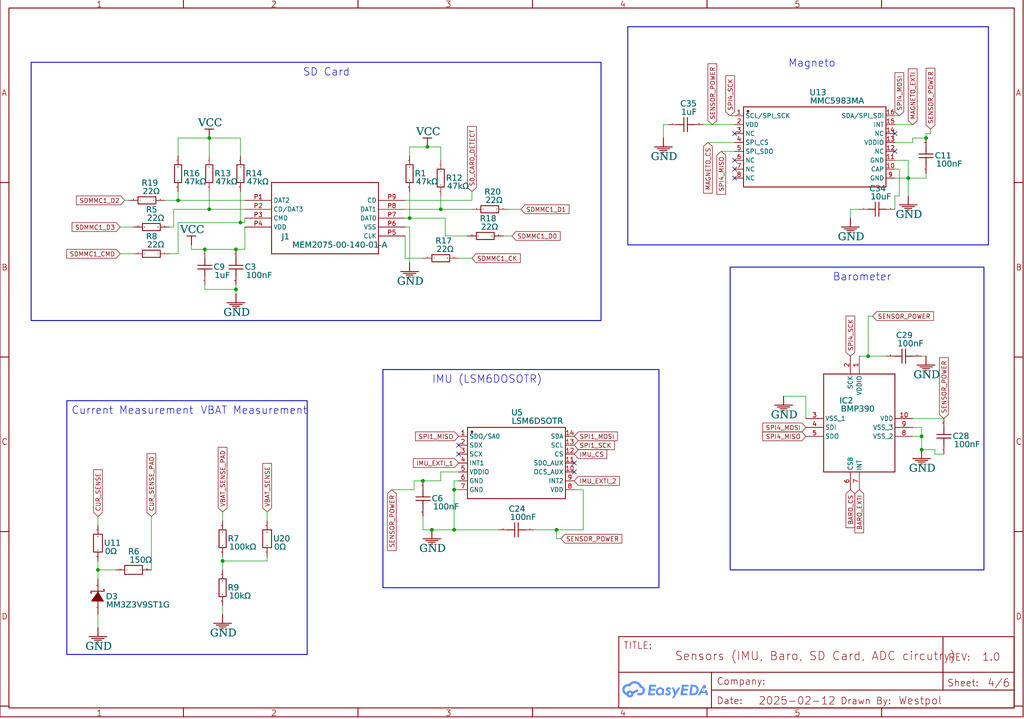
<source format=kicad_sch>
(kicad_sch (version 20250114) (generator "eeschema") (generator_version "9.0")
  (paper "User" 292.1 205.105)
  (lib_symbols
    (symbol "BMP390"
      (property "Reference" "IC2" (at -5.3848 6.9469 0))
      (property "Value" "BMP390" (at -5.3848 4.6609 0))
      (symbol "BMP390_0_0"
        (pin bidirectional line (at -14.986 1.016 0) (length 4.9784) (name "VSS_1") (number "3"))
        (pin bidirectional line (at -14.986 -1.524 0) (length 4.9784) (name "SDI") (number "4"))
        (pin bidirectional line (at -14.986 -4.064 0) (length 4.9784) (name "SDO") (number "5"))
        (pin bidirectional line (at -2.286 18.796 270) (length 4.9784) (name "SCK") (number "2"))
        (pin bidirectional line (at -2.286 -19.304 90) (length 4.9784) (name "CSB") (number "6"))
        (pin bidirectional line (at 0.254 18.796 270) (length 4.9784) (name "VDDIO") (number "1"))
        (pin bidirectional line (at 0.254 -19.304 90) (length 4.9784) (name "INT") (number "7"))
        (pin bidirectional line (at 15.494 1.016 180) (length 4.9784) (name "VDD") (number "10"))
        (pin bidirectional line (at 15.494 -1.524 180) (length 4.9784) (name "VSS_3") (number "9"))
        (pin bidirectional line (at 15.494 -4.064 180) (length 4.9784) (name "VSS_2") (number "8"))
      )
    )
    (symbol "CL05B104KP5NNNC"
      (property "Reference" "C28" (at 2.54 0.8763 0))
      (property "Value" "100nF" (at 2.54 -1.4097 0))
      (symbol "CL05B104KP5NNNC_0_0"
        (pin unspecified line (at 0 5.08 270) (length 2.54) (name "2") (number "2"))
        (pin unspecified line (at 0 -5.08 90) (length 2.54) (name "1") (number "1"))
      )
    )
    (symbol "CL05B104KP5NNNC_1"
      (property "Reference" "C29" (at -2.159 6.7945 0))
      (property "Value" "100nF" (at -2.159 4.4831 0))
      (symbol "CL05B104KP5NNNC_1_0_0"
        (pin unspecified line (at -5.08 0 0) (length 2.54) (name "2") (number "2"))
        (pin unspecified line (at 5.08 0 180) (length 2.54) (name "1") (number "1"))
      )
    )
    (symbol "CL05B104KP5NNNC_2"
      (property "Reference" "C3" (at 2.54 0.9017 0))
      (property "Value" "100nF" (at 2.54 -1.4351 0))
      (symbol "CL05B104KP5NNNC_2_0_0"
        (pin unspecified line (at 0 5.08 270) (length 2.54) (name "1") (number "1"))
        (pin unspecified line (at 0 -5.08 90) (length 2.54) (name "2") (number "2"))
      )
    )
    (symbol "CL05B104KP5NNNC_3"
      (property "Reference" "C6" (at 2.54 0.8763 0))
      (property "Value" "100nF" (at 2.54 -1.4097 0))
      (symbol "CL05B104KP5NNNC_3_0_0"
        (pin unspecified line (at 0 5.08 270) (length 2.54) (name "2") (number "2"))
        (pin unspecified line (at 0 -5.08 90) (length 2.54) (name "1") (number "1"))
      )
    )
    (symbol "CL05B104KP5NNNC_4"
      (property "Reference" "C24" (at -2.159 6.7945 0))
      (property "Value" "100nF" (at -2.159 4.4831 0))
      (symbol "CL05B104KP5NNNC_4_0_0"
        (pin unspecified line (at -5.08 0 0) (length 2.54) (name "2") (number "2"))
        (pin unspecified line (at 5.08 0 180) (length 2.54) (name "1") (number "1"))
      )
    )
    (symbol "CL05B104KP5NNNC_5"
      (property "Reference" "C11" (at 2.54 0.8763 0))
      (property "Value" "100nF" (at 2.54 -1.4097 0))
      (symbol "CL05B104KP5NNNC_5_0_0"
        (pin unspecified line (at 0 5.08 270) (length 2.54) (name "2") (number "2"))
        (pin unspecified line (at 0 -5.08 90) (length 2.54) (name "1") (number "1"))
      )
    )
    (symbol "CR0402J150RQ10Z"
      (property "Reference" "R6" (at -1.4986 6.0579 0))
      (property "Value" "150Ω" (at -1.4986 3.7211 0))
      (symbol "CR0402J150RQ10Z_0_0"
        (pin unspecified line (at -5.08 0 0) (length 2.54) (name "1") (number "1"))
        (pin unspecified line (at 5.08 0 180) (length 2.54) (name "2") (number "2"))
      )
    )
    (symbol "GND" (power) (pin_numbers (hide yes)) (pin_names (hide yes))
      (property "Value" "GND" (at 0 -6.35 0))
      (symbol "GND_0_0"
        (pin power_in line (at 0 0 270) (length 0) (name "GND") (number "1"))
      )
    )
    (symbol "GRM155R60J106ME15D"
      (property "Reference" "C34" (at -2.159 6.7691 0))
      (property "Value" "10uF" (at -2.159 4.4831 0))
      (symbol "GRM155R60J106ME15D_0_0"
        (pin unspecified line (at -5.08 0 0) (length 2.54) (name "2") (number "2"))
        (pin unspecified line (at 5.08 0 180) (length 2.54) (name "1") (number "1"))
      )
    )
    (symbol "JMK105BJ105KV-F"
      (property "Reference" "C9" (at 2.54 0.9017 0))
      (property "Value" "1uF" (at 2.54 -1.4351 0))
      (symbol "JMK105BJ105KV-F_0_0"
        (pin unspecified line (at 0 5.08 270) (length 2.54) (name "2") (number "2"))
        (pin unspecified line (at 0 -5.08 90) (length 2.54) (name "1") (number "1"))
      )
    )
    (symbol "JMK105BJ105KV-F_1"
      (property "Reference" "C35" (at -1.4986 6.8199 0))
      (property "Value" "1uF" (at -1.4986 4.4831 0))
      (symbol "JMK105BJ105KV-F_1_0_0"
        (pin unspecified line (at -5.08 0 0) (length 2.54) (name "1") (number "1"))
        (pin unspecified line (at 5.08 0 180) (length 2.54) (name "2") (number "2"))
      )
    )
    (symbol "LSM6DSOTR"
      (property "Reference" "U5" (at -1.4478 15.2273 0))
      (property "Value" "LSM6DSOTR" (at -1.4478 12.8651 0))
      (symbol "LSM6DSOTR_0_0"
        (pin unspecified line (at -16.51 7.62 0) (length 2.54) (name "SDO/SA0") (number "1"))
        (pin unspecified line (at -16.51 5.08 0) (length 2.54) (name "SDX") (number "2"))
        (pin unspecified line (at -16.51 2.54 0) (length 2.54) (name "SCX") (number "3"))
        (pin unspecified line (at -16.51 0 0) (length 2.54) (name "INT1") (number "4"))
        (pin unspecified line (at -16.51 -2.54 0) (length 2.54) (name "VDDIO") (number "5"))
        (pin unspecified line (at -16.51 -5.08 0) (length 2.54) (name "GND") (number "6"))
        (pin unspecified line (at -16.51 -7.62 0) (length 2.54) (name "GND") (number "7"))
        (pin unspecified line (at 16.51 7.62 180) (length 2.54) (name "SDA") (number "14"))
        (pin unspecified line (at 16.51 5.08 180) (length 2.54) (name "SCL") (number "13"))
        (pin unspecified line (at 16.51 2.54 180) (length 2.54) (name "CS") (number "12"))
        (pin unspecified line (at 16.51 0 180) (length 2.54) (name "SDO_AUX") (number "11"))
        (pin unspecified line (at 16.51 -2.54 180) (length 2.54) (name "OCS_AUX") (number "10"))
        (pin unspecified line (at 16.51 -5.08 180) (length 2.54) (name "INT2") (number "9"))
        (pin unspecified line (at 16.51 -7.62 180) (length 2.54) (name "VDD") (number "8"))
      )
    )
    (symbol "MEM2075-00-140-01-A"
      (property "Reference" "J1" (at -12.3698 -4.4577 0))
      (property "Value" "MEM2075-00-140-01-A" (at -12.3698 -6.7437 0))
      (symbol "MEM2075-00-140-01-A_0_0"
        (pin bidirectional line (at -22.86 5.08 0) (length 7.62) (name "DAT2") (number "P1"))
        (pin unspecified line (at -22.86 2.54 0) (length 7.62) (name "CD/DAT3") (number "P2"))
        (pin unspecified line (at -22.86 0 0) (length 7.62) (name "CMD") (number "P3"))
        (pin bidirectional line (at -22.86 -2.54 0) (length 7.62) (name "VDD") (number "P4"))
        (pin unspecified line (at 22.86 5.08 180) (length 7.62) (name "CD") (number "P9"))
        (pin bidirectional line (at 22.86 2.54 180) (length 7.62) (name "DAT1") (number "P8"))
        (pin bidirectional line (at 22.86 0 180) (length 7.62) (name "DAT0") (number "P7"))
        (pin bidirectional line (at 22.86 -2.54 180) (length 7.62) (name "VSS") (number "P6"))
        (pin unspecified line (at 22.86 -5.08 180) (length 7.62) (name "CLK") (number "P5"))
      )
    )
    (symbol "MM3Z3V9ST1G"
      (property "Reference" "D3" (at 2.286 0.8763 0))
      (property "Value" "MM3Z3V9ST1G" (at 2.286 -1.4351 0))
      (symbol "MM3Z3V9ST1G_0_0"
        (pin unspecified line (at 0 5.08 270) (length 3.81) (name "K") (number "1"))
        (pin unspecified line (at 0 -5.08 90) (length 3.81) (name "A") (number "2"))
      )
    )
    (symbol "MMC5983MA"
      (property "Reference" "U13" (at -1.4478 16.3703 0))
      (property "Value" "MMC5983MA" (at -1.4478 14.0335 0))
      (symbol "MMC5983MA_0_0"
        (pin unspecified line (at -22.86 8.89 0) (length 2.54) (name "SCL/SPI_SCK") (number "1"))
        (pin unspecified line (at -22.86 6.35 0) (length 2.54) (name "VDD") (number "2"))
        (pin unspecified line (at -22.86 3.81 0) (length 2.54) (name "NC") (number "3"))
        (pin unspecified line (at -22.86 1.27 0) (length 2.54) (name "SPI_CS") (number "4"))
        (pin unspecified line (at -22.86 -1.27 0) (length 2.54) (name "SPI_SDO") (number "5"))
        (pin unspecified line (at -22.86 -3.81 0) (length 2.54) (name "NC") (number "6"))
        (pin unspecified line (at -22.86 -6.35 0) (length 2.54) (name "NC") (number "7"))
        (pin unspecified line (at -22.86 -8.89 0) (length 2.54) (name "NC") (number "8"))
        (pin unspecified line (at 22.86 8.89 180) (length 2.54) (name "SDA/SPI_SDI") (number "16"))
        (pin unspecified line (at 22.86 6.35 180) (length 2.54) (name "INT") (number "15"))
        (pin unspecified line (at 22.86 3.81 180) (length 2.54) (name "NC") (number "14"))
        (pin unspecified line (at 22.86 1.27 180) (length 2.54) (name "VDDIO") (number "13"))
        (pin unspecified line (at 22.86 -1.27 180) (length 2.54) (name "NC") (number "12"))
        (pin unspecified line (at 22.86 -3.81 180) (length 2.54) (name "GND") (number "11"))
        (pin unspecified line (at 22.86 -6.35 180) (length 2.54) (name "CAP") (number "10"))
        (pin unspecified line (at 22.86 -8.89 180) (length 2.54) (name "GND") (number "9"))
      )
    )
    (symbol "RC0402FR-07100KL"
      (property "Reference" "R7" (at 1.524 0.8763 0))
      (property "Value" "100kΩ" (at 1.524 -1.4351 0))
      (symbol "RC0402FR-07100KL_0_0"
        (pin input line (at 0 5.08 270) (length 2.54) (name "2") (number "2"))
        (pin input line (at 0 -5.08 90) (length 2.54) (name "1") (number "1"))
      )
    )
    (symbol "RC0402FR-0722RL"
      (property "Reference" "R5" (at -1.4986 5.8039 0))
      (property "Value" "22Ω" (at -1.4986 3.4671 0))
      (symbol "RC0402FR-0722RL_0_0"
        (pin input line (at -5.08 0 0) (length 2.54) (name "1") (number "1"))
        (pin input line (at 5.08 0 180) (length 2.54) (name "2") (number "2"))
      )
    )
    (symbol "RC0402FR-0722RL_1"
      (property "Reference" "R8" (at -1.4986 5.8039 0))
      (property "Value" "22Ω" (at -1.4986 3.4671 0))
      (symbol "RC0402FR-0722RL_1_0_0"
        (pin input line (at -5.08 0 0) (length 2.54) (name "1") (number "1"))
        (pin input line (at 5.08 0 180) (length 2.54) (name "2") (number "2"))
      )
    )
    (symbol "RC0402FR-0722RL_2"
      (property "Reference" "R17" (at -1.4986 5.8039 0))
      (property "Value" "22Ω" (at -1.4986 3.4671 0))
      (symbol "RC0402FR-0722RL_2_0_0"
        (pin input line (at -5.08 0 0) (length 2.54) (name "1") (number "1"))
        (pin input line (at 5.08 0 180) (length 2.54) (name "2") (number "2"))
      )
    )
    (symbol "RC0402FR-0722RL_3"
      (property "Reference" "R18" (at -1.4986 5.8039 0))
      (property "Value" "22Ω" (at -1.4986 3.4671 0))
      (symbol "RC0402FR-0722RL_3_0_0"
        (pin input line (at -5.08 0 0) (length 2.54) (name "1") (number "1"))
        (pin input line (at 5.08 0 180) (length 2.54) (name "2") (number "2"))
      )
    )
    (symbol "RC0402FR-0722RL_4"
      (property "Reference" "R19" (at -1.4986 5.8039 0))
      (property "Value" "22Ω" (at -1.4986 3.4671 0))
      (symbol "RC0402FR-0722RL_4_0_0"
        (pin input line (at -5.08 0 0) (length 2.54) (name "1") (number "1"))
        (pin input line (at 5.08 0 180) (length 2.54) (name "2") (number "2"))
      )
    )
    (symbol "RC0402FR-0722RL_5"
      (property "Reference" "R20" (at -1.4986 5.8039 0))
      (property "Value" "22Ω" (at -1.4986 3.4671 0))
      (symbol "RC0402FR-0722RL_5_0_0"
        (pin input line (at -5.08 0 0) (length 2.54) (name "1") (number "1"))
        (pin input line (at 5.08 0 180) (length 2.54) (name "2") (number "2"))
      )
    )
    (symbol "RC0402FR-0747KL"
      (property "Reference" "R1" (at 1.524 0.8763 0))
      (property "Value" "47kΩ" (at 1.524 -1.4097 0))
      (symbol "RC0402FR-0747KL_0_0"
        (pin input line (at 0 5.08 270) (length 2.54) (name "2") (number "2"))
        (pin input line (at 0 -5.08 90) (length 2.54) (name "1") (number "1"))
      )
    )
    (symbol "RC0402FR-0747KL_1"
      (property "Reference" "R12" (at 1.524 0.8763 0))
      (property "Value" "47kΩ" (at 1.524 -1.4097 0))
      (symbol "RC0402FR-0747KL_1_0_0"
        (pin input line (at 0 5.08 270) (length 2.54) (name "2") (number "2"))
        (pin input line (at 0 -5.08 90) (length 2.54) (name "1") (number "1"))
      )
    )
    (symbol "RC0402FR-0747KL_2"
      (property "Reference" "R13" (at 1.524 0.8763 0))
      (property "Value" "47kΩ" (at 1.524 -1.4097 0))
      (symbol "RC0402FR-0747KL_2_0_0"
        (pin input line (at 0 5.08 270) (length 2.54) (name "2") (number "2"))
        (pin input line (at 0 -5.08 90) (length 2.54) (name "1") (number "1"))
      )
    )
    (symbol "RC0402FR-0747KL_3"
      (property "Reference" "R14" (at 1.524 0.8763 0))
      (property "Value" "47kΩ" (at 1.524 -1.4097 0))
      (symbol "RC0402FR-0747KL_3_0_0"
        (pin input line (at 0 5.08 270) (length 2.54) (name "2") (number "2"))
        (pin input line (at 0 -5.08 90) (length 2.54) (name "1") (number "1"))
      )
    )
    (symbol "RC0402FR-0747KL_4"
      (property "Reference" "R16" (at 1.524 0.8763 0))
      (property "Value" "47kΩ" (at 1.524 -1.4097 0))
      (symbol "RC0402FR-0747KL_4_0_0"
        (pin input line (at 0 5.08 270) (length 2.54) (name "2") (number "2"))
        (pin input line (at 0 -5.08 90) (length 2.54) (name "1") (number "1"))
      )
    )
    (symbol "RC0402JR-0710KL"
      (property "Reference" "R9" (at 1.524 0.8763 0))
      (property "Value" "10kΩ" (at 1.524 -1.4351 0))
      (symbol "RC0402JR-0710KL_0_0"
        (pin input line (at 0 5.08 270) (length 2.54) (name "1") (number "1"))
        (pin input line (at 0 -5.08 90) (length 2.54) (name "2") (number "2"))
      )
    )
    (symbol "RHC-02000FT"
      (property "Reference" "U11" (at 1.778 0.8763 0))
      (property "Value" "0Ω" (at 1.778 -1.4351 0))
      (symbol "RHC-02000FT_0_0"
        (pin unspecified line (at 0 5.08 270) (length 2.54) (name "2") (number "2"))
        (pin unspecified line (at 0 -5.08 90) (length 2.54) (name "1") (number "1"))
      )
    )
    (symbol "RHC-02000FT_1"
      (property "Reference" "U20" (at 1.778 0.8763 0))
      (property "Value" "0Ω" (at 1.778 -1.4351 0))
      (symbol "RHC-02000FT_1_0_0"
        (pin unspecified line (at 0 5.08 270) (length 2.54) (name "2") (number "2"))
        (pin unspecified line (at 0 -5.08 90) (length 2.54) (name "1") (number "1"))
      )
    )
    (symbol "Unknown_0_-806"
      (symbol "Unknown_0_-806_0_0"
        (text "A" (at 0.381 -25.7429 0) (effects (font (size 1.6891 1.6891)) (justify left top)))
        (text "B" (at 0.381 -75.5269 0) (effects (font (size 1.6891 1.6891)) (justify left top)))
        (text "C" (at 0.381 -125.3109 0) (effects (font (size 1.6891 1.6891)) (justify left top)))
        (text "D" (at 0.381 -175.0949 0) (effects (font (size 1.6891 1.6891)) (justify left top)))
        (text "1" (at 27.432 -0.4699 0) (effects (font (size 1.6891 1.6891)) (justify left top)))
        (text "1" (at 27.432 -202.6539 0) (effects (font (size 1.6891 1.6891)) (justify left top)))
        (text "2" (at 77.216 -0.4699 0) (effects (font (size 1.6891 1.6891)) (justify left top)))
        (text "2" (at 77.216 -202.6539 0) (effects (font (size 1.6891 1.6891)) (justify left top)))
        (text "3" (at 127 -0.4699 0) (effects (font (size 1.6891 1.6891)) (justify left top)))
        (text "3" (at 127 -202.6539 0) (effects (font (size 1.6891 1.6891)) (justify left top)))
        (text "4" (at 176.784 -0.4699 0) (effects (font (size 1.6891 1.6891)) (justify left top)))
        (text "4" (at 176.784 -202.6539 0) (effects (font (size 1.6891 1.6891)) (justify left top)))
        (text "TITLE:" (at 177.7746 -183.2356 0) (effects (font (size 1.9304 1.9304)) (justify left top)))
        (text "Sensors (IMU, Baro, SD Card, ADC circutry)" (at 192.4304 -185.928 0) (effects (font (size 2.413 2.413)) (justify left top)))
        (text "Company:" (at 204.3684 -193.4464 0) (effects (font (size 1.9304 1.9304)) (justify left top)))
        (text "Date:" (at 204.3684 -198.9836 0) (effects (font (size 1.9304 1.9304)) (justify left top)))
        (text "2025-02-12" (at 216.3064 -198.8439 0) (effects (font (size 2.1717 2.1717)) (justify left top)))
        (text "5" (at 226.568 -0.4699 0) (effects (font (size 1.6891 1.6891)) (justify left top)))
        (text "5" (at 226.568 -202.6539 0) (effects (font (size 1.6891 1.6891)) (justify left top)))
        (text "Drawn By:" (at 239.6744 -199.0344 0) (effects (font (size 1.9304 1.9304)) (justify left top)))
        (text "Westpol" (at 256.1844 -198.7931 0) (effects (font (size 2.1717 2.1717)) (justify left top)))
        (text "Sheet:" (at 270.1544 -193.9036 0) (effects (font (size 1.9304 1.9304)) (justify left top)))
        (text "REV:" (at 270.4084 -186.5884 0) (effects (font (size 1.9304 1.9304)) (justify left top)))
        (text "1.0" (at 280.0604 -186.3471 0) (effects (font (size 2.1717 2.1717)) (justify left top)))
        (text "4/6" (at 281.5844 -193.7639 0) (effects (font (size 2.1717 2.1717)) (justify left top)))
        (text "A" (at 289.687 -25.7429 0) (effects (font (size 1.6891 1.6891)) (justify left top)))
        (text "B" (at 289.687 -75.5269 0) (effects (font (size 1.6891 1.6891)) (justify left top)))
        (text "C" (at 289.687 -125.3109 0) (effects (font (size 1.6891 1.6891)) (justify left top)))
        (text "D" (at 289.687 -175.0949 0) (effects (font (size 1.6891 1.6891)) (justify left top)))
      )
    )
    (symbol "VCC" (power) (pin_numbers (hide yes)) (pin_names (hide yes))
      (property "Value" "VCC" (at 0 -3.81 0))
      (symbol "VCC_0_0"
        (pin power_in line (at 0 0 270) (length 0) (name "VCC") (number "1"))
      )
    )
  )
  (rectangle (start 179.07 7.62) (end 281.94 69.85) (stroke (width 0.254)))
  (rectangle (start 208.28 76.2) (end 280.67 162.56) (stroke (width 0.254)))
  (rectangle (start 8.89 17.78) (end 171.45 91.44) (stroke (width 0.254)))
  (rectangle (start 109.22 105.41) (end 187.96 167.64) (stroke (width 0.254)))
  (rectangle (start 19.05 114.3) (end 87.63 186.69) (stroke (width 0.254)))
  (text "IMU (LSM6DOSOTR)" (at 123.19 107.0483 0) (effects (font (size 2.1717 2.1717)) (justify left top)))
  (text "Current Measurement" (at 20.32 115.9383 0) (effects (font (size 2.1717 2.1717)) (justify left top)))
  (text "Magneto" (at 224.79 16.8783 0) (effects (font (size 2.1717 2.1717)) (justify left top)))
  (text "SD Card" (at 86.36 19.4183 0) (effects (font (size 2.1717 2.1717)) (justify left top)))
  (text "VBAT Measurement" (at 57.15 115.9383 0) (effects (font (size 2.1717 2.1717)) (justify left top)))
  (text "Barometer" (at 237.49 77.8383 0) (effects (font (size 2.1717 2.1717)) (justify left top)))
  (junction (at 50.8 57.15))
  (junction (at 125.73 59.69))
  (junction (at 259.08 50.8))
  (junction (at 59.69 59.69))
  (junction (at 68.58 63.5))
  (junction (at 63.5 160.02))
  (junction (at 27.94 162.56))
  (junction (at 129.54 139.7))
  (junction (at 67.31 71.12))
  (junction (at 67.31 82.55))
  (junction (at 121.92 41.91))
  (junction (at 262.89 128.27))
  (junction (at 123.19 151.13))
  (junction (at 58.42 71.12))
  (junction (at 247.65 101.6))
  (junction (at 158.75 151.13))
  (junction (at 116.84 62.23))
  (junction (at 120.65 137.16))
  (junction (at 59.69 39.37))
  (junction (at 264.16 39.37))
  (junction (at 129.54 151.13))
  (junction (at 262.89 124.46))
  (no_connect (at 209.55 38.1))
  (no_connect (at 130.81 127))
  (no_connect (at 255.27 43.18))
  (no_connect (at 209.55 48.26))
  (no_connect (at 209.55 50.8))
  (no_connect (at 163.83 134.62))
  (no_connect (at 255.27 38.1))
  (no_connect (at 130.81 129.54))
  (no_connect (at 163.83 132.08))
  (no_connect (at 209.55 45.72))
  (wire (pts (xy 125.73 134.62) (xy 125.73 137.16)))
  (wire (pts (xy 67.31 71.12) (xy 58.42 71.12)))
  (wire (pts (xy 256.54 48.26) (xy 256.54 55.88)))
  (wire (pts (xy 116.84 41.91) (xy 116.84 44.45)))
  (wire (pts (xy 69.85 62.23) (xy 69.85 63.5)))
  (wire (pts (xy 59.69 39.37) (xy 68.58 39.37)))
  (wire (pts (xy 69.85 64.77) (xy 69.85 71.12)))
  (wire (pts (xy 166.37 139.7) (xy 163.83 139.7)))
  (wire (pts (xy 160.02 153.67) (xy 158.75 153.67)))
  (wire (pts (xy 58.42 82.55) (xy 67.31 82.55)))
  (wire (pts (xy 166.37 151.13) (xy 166.37 139.7)))
  (wire (pts (xy 208.28 33.02) (xy 209.55 33.02)))
  (wire (pts (xy 260.35 121.92) (xy 262.89 121.92)))
  (wire (pts (xy 264.16 49.53) (xy 264.16 50.8)))
  (wire (pts (xy 58.42 71.12) (xy 54.61 71.12)))
  (wire (pts (xy 134.62 57.15) (xy 134.62 54.61)))
  (wire (pts (xy 49.53 59.69) (xy 59.69 59.69)))
  (wire (pts (xy 120.65 151.13) (xy 120.65 147.32)))
  (wire (pts (xy 116.84 62.23) (xy 115.57 62.23)))
  (wire (pts (xy 260.35 35.56) (xy 255.27 35.56)))
  (wire (pts (xy 129.54 137.16) (xy 129.54 139.7)))
  (wire (pts (xy 260.35 119.38) (xy 269.24 119.38)))
  (wire (pts (xy 158.75 153.67) (xy 158.75 151.13)))
  (wire (pts (xy 255.27 48.26) (xy 256.54 48.26)))
  (wire (pts (xy 264.16 39.37) (xy 260.35 39.37)))
  (wire (pts (xy 120.65 73.66) (xy 115.57 73.66)))
  (wire (pts (xy 34.29 72.39) (xy 38.1 72.39)))
  (wire (pts (xy 245.11 101.6) (xy 247.65 101.6)))
  (wire (pts (xy 200.66 35.56) (xy 209.55 35.56)))
  (wire (pts (xy 50.8 57.15) (xy 69.85 57.15)))
  (wire (pts (xy 256.54 55.88) (xy 255.27 55.88)))
  (wire (pts (xy 245.11 59.69) (xy 242.57 59.69)))
  (wire (pts (xy 265.43 36.83) (xy 265.43 38.1)))
  (wire (pts (xy 27.94 160.02) (xy 27.94 162.56)))
  (wire (pts (xy 125.73 55.88) (xy 125.73 59.69)))
  (wire (pts (xy 116.84 64.77) (xy 116.84 74.93)))
  (wire (pts (xy 125.73 137.16) (xy 120.65 137.16)))
  (wire (pts (xy 116.84 54.61) (xy 116.84 62.23)))
  (wire (pts (xy 68.58 39.37) (xy 68.58 44.45)))
  (wire (pts (xy 115.57 64.77) (xy 116.84 64.77)))
  (wire (pts (xy 152.4 151.13) (xy 158.75 151.13)))
  (wire (pts (xy 35.56 57.15) (xy 36.83 57.15)))
  (wire (pts (xy 50.8 54.61) (xy 50.8 57.15)))
  (wire (pts (xy 266.7 129.54) (xy 266.7 128.27)))
  (wire (pts (xy 69.85 63.5) (xy 68.58 63.5)))
  (wire (pts (xy 49.53 64.77) (xy 49.53 59.69)))
  (wire (pts (xy 158.75 151.13) (xy 166.37 151.13)))
  (wire (pts (xy 115.57 59.69) (xy 125.73 59.69)))
  (wire (pts (xy 121.92 41.91) (xy 116.84 41.91)))
  (wire (pts (xy 63.5 158.75) (xy 63.5 160.02)))
  (wire (pts (xy 63.5 148.59) (xy 63.5 146.05)))
  (wire (pts (xy 129.54 139.7) (xy 129.54 151.13)))
  (wire (pts (xy 125.73 45.72) (xy 125.73 41.91)))
  (wire (pts (xy 248.92 90.17) (xy 247.65 90.17)))
  (wire (pts (xy 50.8 72.39) (xy 50.8 63.5)))
  (wire (pts (xy 76.2 148.59) (xy 76.2 146.05)))
  (wire (pts (xy 50.8 39.37) (xy 59.69 39.37)))
  (wire (pts (xy 201.93 40.64) (xy 209.55 40.64)))
  (wire (pts (xy 59.69 44.45) (xy 59.69 39.37)))
  (wire (pts (xy 260.35 39.37) (xy 260.35 40.64)))
  (wire (pts (xy 229.87 119.38) (xy 229.87 113.03)))
  (wire (pts (xy 115.57 73.66) (xy 115.57 67.31)))
  (wire (pts (xy 46.99 57.15) (xy 50.8 57.15)))
  (wire (pts (xy 127 62.23) (xy 116.84 62.23)))
  (wire (pts (xy 69.85 71.12) (xy 67.31 71.12)))
  (wire (pts (xy 67.31 83.82) (xy 67.31 82.55)))
  (wire (pts (xy 27.94 162.56) (xy 27.94 165.1)))
  (wire (pts (xy 27.94 179.07) (xy 27.94 175.26)))
  (wire (pts (xy 256.54 33.02) (xy 255.27 33.02)))
  (wire (pts (xy 229.87 113.03) (xy 223.52 113.03)))
  (wire (pts (xy 264.16 101.6) (xy 262.89 101.6)))
  (wire (pts (xy 265.43 38.1) (xy 264.16 38.1)))
  (wire (pts (xy 129.54 151.13) (xy 123.19 151.13)))
  (wire (pts (xy 190.5 35.56) (xy 189.23 35.56)))
  (wire (pts (xy 48.26 64.77) (xy 49.53 64.77)))
  (wire (pts (xy 255.27 50.8) (xy 259.08 50.8)))
  (wire (pts (xy 242.57 59.69) (xy 242.57 62.23)))
  (wire (pts (xy 76.2 160.02) (xy 63.5 160.02)))
  (wire (pts (xy 76.2 158.75) (xy 76.2 160.02)))
  (wire (pts (xy 205.74 43.18) (xy 209.55 43.18)))
  (wire (pts (xy 120.65 137.16) (xy 118.11 137.16)))
  (wire (pts (xy 262.89 121.92) (xy 262.89 124.46)))
  (wire (pts (xy 266.7 128.27) (xy 262.89 128.27)))
  (wire (pts (xy 48.26 72.39) (xy 50.8 72.39)))
  (wire (pts (xy 130.81 137.16) (xy 129.54 137.16)))
  (wire (pts (xy 125.73 59.69) (xy 134.62 59.69)))
  (wire (pts (xy 146.05 67.31) (xy 143.51 67.31)))
  (wire (pts (xy 69.85 59.69) (xy 59.69 59.69)))
  (wire (pts (xy 259.08 45.72) (xy 259.08 50.8)))
  (wire (pts (xy 63.5 160.02) (xy 63.5 162.56)))
  (wire (pts (xy 68.58 54.61) (xy 68.58 63.5)))
  (wire (pts (xy 130.81 134.62) (xy 125.73 134.62)))
  (wire (pts (xy 262.89 124.46) (xy 260.35 124.46)))
  (wire (pts (xy 130.81 139.7) (xy 129.54 139.7)))
  (wire (pts (xy 189.23 35.56) (xy 189.23 39.37)))
  (wire (pts (xy 125.73 41.91) (xy 121.92 41.91)))
  (wire (pts (xy 50.8 63.5) (xy 68.58 63.5)))
  (wire (pts (xy 144.78 59.69) (xy 148.59 59.69)))
  (wire (pts (xy 118.11 137.16) (xy 118.11 139.7)))
  (wire (pts (xy 127 67.31) (xy 127 62.23)))
  (wire (pts (xy 123.19 151.13) (xy 120.65 151.13)))
  (wire (pts (xy 133.35 67.31) (xy 127 67.31)))
  (wire (pts (xy 54.61 71.12) (xy 54.61 69.85)))
  (wire (pts (xy 264.16 38.1) (xy 264.16 39.37)))
  (wire (pts (xy 247.65 90.17) (xy 247.65 101.6)))
  (wire (pts (xy 58.42 81.28) (xy 58.42 82.55)))
  (wire (pts (xy 118.11 139.7) (xy 111.76 139.7)))
  (wire (pts (xy 134.62 73.66) (xy 130.81 73.66)))
  (wire (pts (xy 264.16 50.8) (xy 259.08 50.8)))
  (wire (pts (xy 255.27 55.88) (xy 255.27 59.69)))
  (wire (pts (xy 50.8 44.45) (xy 50.8 39.37)))
  (wire (pts (xy 260.35 40.64) (xy 255.27 40.64)))
  (wire (pts (xy 67.31 82.55) (xy 67.31 81.28)))
  (wire (pts (xy 115.57 57.15) (xy 134.62 57.15)))
  (wire (pts (xy 63.5 172.72) (xy 63.5 175.26)))
  (wire (pts (xy 142.24 151.13) (xy 129.54 151.13)))
  (wire (pts (xy 33.02 162.56) (xy 27.94 162.56)))
  (wire (pts (xy 59.69 59.69) (xy 59.69 54.61)))
  (wire (pts (xy 27.94 149.86) (xy 27.94 147.32)))
  (wire (pts (xy 34.29 64.77) (xy 38.1 64.77)))
  (wire (pts (xy 262.89 128.27) (xy 262.89 124.46)))
  (wire (pts (xy 43.18 147.32) (xy 43.18 162.56)))
  (wire (pts (xy 247.65 101.6) (xy 252.73 101.6)))
  (wire (pts (xy 259.08 50.8) (xy 259.08 55.88)))
  (wire (pts (xy 255.27 45.72) (xy 259.08 45.72)))
  (wire (pts (xy 269.24 129.54) (xy 266.7 129.54)))
  (global_label "VBAT_SENSE" (shape input) (at 76.2 146.05 90) (property "Intersheetrefs" "${INTERSHEET_REFS}" (effects (hide yes))))
  (global_label "SPI4_MISO" (shape input) (at 229.87 124.46 180) (property "Intersheetrefs" "${INTERSHEET_REFS}" (effects (hide yes))))
  (global_label "CUR_SENSE" (shape input) (at 27.94 147.32 90) (property "Intersheetrefs" "${INTERSHEET_REFS}" (effects (hide yes))))
  (global_label "SPI1_SCK" (shape input) (at 163.83 127 0) (property "Intersheetrefs" "${INTERSHEET_REFS}" (effects (hide yes))))
  (global_label "BARO_CS" (shape input) (at 242.57 139.7 270) (property "Intersheetrefs" "${INTERSHEET_REFS}" (effects (hide yes))))
  (global_label "SDMMC1_D1" (shape input) (at 148.59 59.69 0) (property "Intersheetrefs" "${INTERSHEET_REFS}" (effects (hide yes))))
  (global_label "IMU_EXTI_2" (shape input) (at 163.83 137.16 0) (property "Intersheetrefs" "${INTERSHEET_REFS}" (effects (hide yes))))
  (global_label "IMU_EXTI_1" (shape input) (at 130.81 132.08 180) (property "Intersheetrefs" "${INTERSHEET_REFS}" (effects (hide yes))))
  (global_label "SPI1_MOSI" (shape input) (at 163.83 124.46 0) (property "Intersheetrefs" "${INTERSHEET_REFS}" (effects (hide yes))))
  (global_label "SPI4_MISO" (shape input) (at 205.74 43.18 270) (property "Intersheetrefs" "${INTERSHEET_REFS}" (effects (hide yes))))
  (global_label "SDMMC1_D3" (shape input) (at 34.29 64.77 180) (property "Intersheetrefs" "${INTERSHEET_REFS}" (effects (hide yes))))
  (global_label "SPI1_MISO" (shape input) (at 130.81 124.46 180) (property "Intersheetrefs" "${INTERSHEET_REFS}" (effects (hide yes))))
  (global_label "SPI4_SCK" (shape input) (at 242.57 101.6 90) (property "Intersheetrefs" "${INTERSHEET_REFS}" (effects (hide yes))))
  (global_label "SD_CARD_DETECT" (shape input) (at 134.62 54.61 90) (property "Intersheetrefs" "${INTERSHEET_REFS}" (effects (hide yes))))
  (global_label "SPI4_MOSI" (shape input) (at 229.87 121.92 180) (property "Intersheetrefs" "${INTERSHEET_REFS}" (effects (hide yes))))
  (global_label "CUR_SENSE_PAD" (shape input) (at 43.18 147.32 90) (property "Intersheetrefs" "${INTERSHEET_REFS}" (effects (hide yes))))
  (global_label "SENSOR_POWER" (shape input) (at 160.02 153.67 0) (property "Intersheetrefs" "${INTERSHEET_REFS}" (effects (hide yes))))
  (global_label "IMU_CS" (shape input) (at 163.83 129.54 0) (property "Intersheetrefs" "${INTERSHEET_REFS}" (effects (hide yes))))
  (global_label "SENSOR_POWER" (shape input) (at 203.2 35.56 90) (property "Intersheetrefs" "${INTERSHEET_REFS}" (effects (hide yes))))
  (global_label "MAGNETO_EXTI" (shape input) (at 260.35 35.56 90) (property "Intersheetrefs" "${INTERSHEET_REFS}" (effects (hide yes))))
  (global_label "SPI4_MOSI" (shape input) (at 256.54 33.02 90) (property "Intersheetrefs" "${INTERSHEET_REFS}" (effects (hide yes))))
  (global_label "SDMMC1_CMD" (shape input) (at 34.29 72.39 180) (property "Intersheetrefs" "${INTERSHEET_REFS}" (effects (hide yes))))
  (global_label "SDMMC1_CK" (shape input) (at 134.62 73.66 0) (property "Intersheetrefs" "${INTERSHEET_REFS}" (effects (hide yes))))
  (global_label "BARO_EXTI" (shape input) (at 245.11 139.7 270) (property "Intersheetrefs" "${INTERSHEET_REFS}" (effects (hide yes))))
  (global_label "SPI4_SCK" (shape input) (at 208.28 33.02 90) (property "Intersheetrefs" "${INTERSHEET_REFS}" (effects (hide yes))))
  (global_label "SENSOR_POWER" (shape input) (at 269.24 119.38 90) (property "Intersheetrefs" "${INTERSHEET_REFS}" (effects (hide yes))))
  (global_label "SENSOR_POWER" (shape input) (at 111.76 139.7 270) (property "Intersheetrefs" "${INTERSHEET_REFS}" (effects (hide yes))))
  (global_label "SENSOR_POWER" (shape input) (at 265.43 36.83 90) (property "Intersheetrefs" "${INTERSHEET_REFS}" (effects (hide yes))))
  (global_label "SENSOR_POWER" (shape input) (at 248.92 90.17 0) (property "Intersheetrefs" "${INTERSHEET_REFS}" (effects (hide yes))))
  (global_label "SDMMC1_D0" (shape input) (at 146.05 67.31 0) (property "Intersheetrefs" "${INTERSHEET_REFS}" (effects (hide yes))))
  (global_label "MAGNETO_CS" (shape input) (at 201.93 40.64 270) (property "Intersheetrefs" "${INTERSHEET_REFS}" (effects (hide yes))))
  (global_label "SDMMC1_D2" (shape input) (at 35.56 57.15 180) (property "Intersheetrefs" "${INTERSHEET_REFS}" (effects (hide yes))))
  (global_label "VBAT_SENSE_PAD" (shape input) (at 63.5 146.05 90) (property "Intersheetrefs" "${INTERSHEET_REFS}" (effects (hide yes))))
  (symbol (lib_id "Unknown_0_-806") (at 0 -0.254 0) (unit 0)
    (property "Reference" "A" (effects (hide yes)))
    (property "Value" "A" (effects (hide yes)))
    (property "Manufacturer Part" "?" (effects (hide yes)))
  )
  (symbol (lib_id "RC0402FR-0747KL") (at 116.84 49.53 0) (unit 0)
    (property "Reference" "R1" (at 118.364 48.6537 0) (effects (font (size 1.6891 1.6891)) (justify left top)))
    (property "Value" "47kΩ" (at 118.364 50.9397 0) (effects (font (size 1.6891 1.6891)) (justify left top)))
    (property "Manufacturer Part" "RC0402FR-0747KL" (effects (hide yes)))
    (property "Manufacturer" "YAGEO(国巨)" (effects (hide yes)))
    (property "Supplier Part" "C93943" (effects (hide yes)))
    (property "Supplier" "LCSC" (effects (hide yes)))
  )
  (symbol (lib_id "LSM6DSOTR") (at 147.32 132.08 0) (unit 0)
    (property "Reference" "U5" (at 145.8722 116.8527 0) (effects (font (size 1.6891 1.6891)) (justify left top)))
    (property "Value" "LSM6DSOTR" (at 145.8722 119.2149 0) (effects (font (size 1.6891 1.6891)) (justify left top)))
    (property "Manufacturer Part" "LSM6DSOTR" (effects (hide yes)))
    (property "Manufacturer" "ST(意法半导体)" (effects (hide yes)))
    (property "Supplier Part" "C2655100" (effects (hide yes)))
    (property "Supplier" "LCSC" (effects (hide yes)))
  )
  (symbol (lib_id "RC0402FR-0722RL_4") (at 41.91 57.15 0) (unit 0)
    (property "Reference" "R19" (at 40.4114 51.3461 0) (effects (font (size 1.6891 1.6891)) (justify left top)))
    (property "Value" "22Ω" (at 40.4114 53.6829 0) (effects (font (size 1.6891 1.6891)) (justify left top)))
    (property "Manufacturer Part" "RC0402FR-0722RL" (effects (hide yes)))
    (property "Manufacturer" "YAGEO(国巨)" (effects (hide yes)))
    (property "Supplier Part" "C114765" (effects (hide yes)))
    (property "Supplier" "LCSC" (effects (hide yes)))
  )
  (symbol (lib_id "GND") (at 116.84 74.93 0) (unit 0)
    (property "Reference" "#PWR?" (effects (hide yes)))
    (property "Value" "GND" (at 113.538 81.534 0) (effects (font (size 2.1717 2.1717)) (justify left bottom)))
    (property "Description" "Power symbol creates a global label with name 'GND'" (effects (hide yes)))
  )
  (symbol (lib_id "RC0402FR-0722RL") (at 43.18 64.77 0) (unit 0)
    (property "Reference" "R5" (at 41.6814 58.9661 0) (effects (font (size 1.6891 1.6891)) (justify left top)))
    (property "Value" "22Ω" (at 41.6814 61.3029 0) (effects (font (size 1.6891 1.6891)) (justify left top)))
    (property "Manufacturer Part" "RC0402FR-0722RL" (effects (hide yes)))
    (property "Manufacturer" "YAGEO(国巨)" (effects (hide yes)))
    (property "Supplier Part" "C114765" (effects (hide yes)))
    (property "Supplier" "LCSC" (effects (hide yes)))
  )
  (symbol (lib_id "GND") (at 27.94 179.07 0) (unit 0)
    (property "Reference" "#PWR?" (effects (hide yes)))
    (property "Value" "GND" (at 24.638 185.674 0) (effects (font (size 2.1717 2.1717)) (justify left bottom)))
    (property "Description" "Power symbol creates a global label with name 'GND'" (effects (hide yes)))
  )
  (symbol (lib_id "RC0402FR-0722RL_1") (at 43.18 72.39 0) (unit 0)
    (property "Reference" "R8" (at 41.6814 66.5861 0) (effects (font (size 1.6891 1.6891)) (justify left top)))
    (property "Value" "22Ω" (at 41.6814 68.9229 0) (effects (font (size 1.6891 1.6891)) (justify left top)))
    (property "Manufacturer Part" "RC0402FR-0722RL" (effects (hide yes)))
    (property "Manufacturer" "YAGEO(国巨)" (effects (hide yes)))
    (property "Supplier Part" "C114765" (effects (hide yes)))
    (property "Supplier" "LCSC" (effects (hide yes)))
  )
  (symbol (lib_id "VCC") (at 59.69 39.37 0) (mirror x) (unit 0)
    (property "Reference" "#PWR?" (effects (hide yes)))
    (property "Value" "VCC" (at 56.642 36.322 0) (effects (font (size 2.1717 2.1717)) (justify left top)))
    (property "Description" "Power symbol creates a global label with name 'VCC'" (effects (hide yes)))
  )
  (symbol (lib_id "GND") (at 264.16 101.6 0) (unit 0)
    (property "Reference" "#PWR?" (effects (hide yes)))
    (property "Value" "GND" (at 260.858 108.204 0) (effects (font (size 2.1717 2.1717)) (justify left bottom)))
    (property "Description" "Power symbol creates a global label with name 'GND'" (effects (hide yes)))
  )
  (symbol (lib_id "RC0402FR-0747KL_1") (at 125.73 50.8 0) (unit 0)
    (property "Reference" "R12" (at 127.254 49.9237 0) (effects (font (size 1.6891 1.6891)) (justify left top)))
    (property "Value" "47kΩ" (at 127.254 52.2097 0) (effects (font (size 1.6891 1.6891)) (justify left top)))
    (property "Manufacturer Part" "RC0402FR-0747KL" (effects (hide yes)))
    (property "Manufacturer" "YAGEO(国巨)" (effects (hide yes)))
    (property "Supplier Part" "C93943" (effects (hide yes)))
    (property "Supplier" "LCSC" (effects (hide yes)))
  )
  (symbol (lib_id "RC0402FR-0747KL_2") (at 59.69 49.53 0) (unit 0)
    (property "Reference" "R13" (at 61.214 48.6537 0) (effects (font (size 1.6891 1.6891)) (justify left top)))
    (property "Value" "47kΩ" (at 61.214 50.9397 0) (effects (font (size 1.6891 1.6891)) (justify left top)))
    (property "Manufacturer Part" "RC0402FR-0747KL" (effects (hide yes)))
    (property "Manufacturer" "YAGEO(国巨)" (effects (hide yes)))
    (property "Supplier Part" "C93943" (effects (hide yes)))
    (property "Supplier" "LCSC" (effects (hide yes)))
  )
  (symbol (lib_id "GND") (at 67.31 83.82 0) (unit 0)
    (property "Reference" "#PWR?" (effects (hide yes)))
    (property "Value" "GND" (at 64.008 90.424 0) (effects (font (size 2.1717 2.1717)) (justify left bottom)))
    (property "Description" "Power symbol creates a global label with name 'GND'" (effects (hide yes)))
  )
  (symbol (lib_id "RC0402JR-0710KL") (at 63.5 167.64 0) (unit 0)
    (property "Reference" "R9" (at 65.024 166.7637 0) (effects (font (size 1.6891 1.6891)) (justify left top)))
    (property "Value" "10kΩ" (at 65.024 169.0751 0) (effects (font (size 1.6891 1.6891)) (justify left top)))
    (property "Manufacturer Part" "RC0402JR-0710KL" (effects (hide yes)))
    (property "Manufacturer" "YAGEO(国巨)" (effects (hide yes)))
    (property "Supplier Part" "C60489" (effects (hide yes)))
    (property "Supplier" "LCSC" (effects (hide yes)))
  )
  (symbol (lib_id "GND") (at 223.52 113.03 0) (unit 0)
    (property "Reference" "#PWR?" (effects (hide yes)))
    (property "Value" "GND" (at 220.218 119.634 0) (effects (font (size 2.1717 2.1717)) (justify left bottom)))
    (property "Description" "Power symbol creates a global label with name 'GND'" (effects (hide yes)))
  )
  (symbol (lib_id "CL05B104KP5NNNC_1") (at 257.81 101.6 0) (unit 0)
    (property "Reference" "C29" (at 255.651 94.8055 0) (effects (font (size 1.6891 1.6891)) (justify left top)))
    (property "Value" "100nF" (at 255.651 97.1169 0) (effects (font (size 1.6891 1.6891)) (justify left top)))
    (property "Manufacturer Part" "CL05B104KP5NNNC" (effects (hide yes)))
    (property "Manufacturer" "SAMSUNG(三星)" (effects (hide yes)))
    (property "Supplier Part" "C133086" (effects (hide yes)))
    (property "Supplier" "LCSC" (effects (hide yes)))
  )
  (symbol (lib_id "MM3Z3V9ST1G") (at 27.94 170.18 0) (unit 0)
    (property "Reference" "D3" (at 30.226 169.3037 0) (effects (font (size 1.6891 1.6891)) (justify left top)))
    (property "Value" "MM3Z3V9ST1G" (at 30.226 171.6151 0) (effects (font (size 1.6891 1.6891)) (justify left top)))
    (property "Manufacturer Part" "MM3Z3V9ST1G" (effects (hide yes)))
    (property "Manufacturer" "onsemi(安森美)" (effects (hide yes)))
    (property "Supplier Part" "C236204" (effects (hide yes)))
    (property "Supplier" "LCSC" (effects (hide yes)))
  )
  (symbol (lib_id "GND") (at 189.23 39.37 0) (unit 0)
    (property "Reference" "#PWR?" (effects (hide yes)))
    (property "Value" "GND" (at 185.928 45.974 0) (effects (font (size 2.1717 2.1717)) (justify left bottom)))
    (property "Description" "Power symbol creates a global label with name 'GND'" (effects (hide yes)))
  )
  (symbol (lib_id "JMK105BJ105KV-F") (at 58.42 76.2 0) (unit 0)
    (property "Reference" "C9" (at 60.96 75.2983 0) (effects (font (size 1.6891 1.6891)) (justify left top)))
    (property "Value" "1uF" (at 60.96 77.6351 0) (effects (font (size 1.6891 1.6891)) (justify left top)))
    (property "Manufacturer Part" "JMK105BJ105KV-F" (effects (hide yes)))
    (property "Manufacturer" "TAIYO YUDEN(太诱)" (effects (hide yes)))
    (property "Supplier Part" "C87144" (effects (hide yes)))
    (property "Supplier" "LCSC" (effects (hide yes)))
  )
  (symbol (lib_id "RC0402FR-07100KL") (at 63.5 153.67 0) (unit 0)
    (property "Reference" "R7" (at 65.024 152.7937 0) (effects (font (size 1.6891 1.6891)) (justify left top)))
    (property "Value" "100kΩ" (at 65.024 155.1051 0) (effects (font (size 1.6891 1.6891)) (justify left top)))
    (property "Manufacturer Part" "RC0402FR-07100KL" (effects (hide yes)))
    (property "Manufacturer" "YAGEO(国巨)" (effects (hide yes)))
    (property "Supplier Part" "C60491" (effects (hide yes)))
    (property "Supplier" "LCSC" (effects (hide yes)))
  )
  (symbol (lib_id "GND") (at 123.19 151.13 0) (unit 0)
    (property "Reference" "#PWR?" (effects (hide yes)))
    (property "Value" "GND" (at 119.888 157.734 0) (effects (font (size 2.1717 2.1717)) (justify left bottom)))
    (property "Description" "Power symbol creates a global label with name 'GND'" (effects (hide yes)))
  )
  (symbol (lib_id "CL05B104KP5NNNC_3") (at 120.65 142.24 0) (unit 0)
    (property "Reference" "C6" (at 123.19 141.3637 0) (effects (font (size 1.6891 1.6891)) (justify left top)))
    (property "Value" "100nF" (at 123.19 143.6497 0) (effects (font (size 1.6891 1.6891)) (justify left top)))
    (property "Manufacturer Part" "CL05B104KP5NNNC" (effects (hide yes)))
    (property "Manufacturer" "SAMSUNG(三星)" (effects (hide yes)))
    (property "Supplier Part" "C133086" (effects (hide yes)))
    (property "Supplier" "LCSC" (effects (hide yes)))
  )
  (symbol (lib_id "RC0402FR-0722RL_3") (at 138.43 67.31 0) (unit 0)
    (property "Reference" "R18" (at 136.9314 61.5061 0) (effects (font (size 1.6891 1.6891)) (justify left top)))
    (property "Value" "22Ω" (at 136.9314 63.8429 0) (effects (font (size 1.6891 1.6891)) (justify left top)))
    (property "Manufacturer Part" "RC0402FR-0722RL" (effects (hide yes)))
    (property "Manufacturer" "YAGEO(国巨)" (effects (hide yes)))
    (property "Supplier Part" "C114765" (effects (hide yes)))
    (property "Supplier" "LCSC" (effects (hide yes)))
  )
  (symbol (lib_id "RC0402FR-0722RL_5") (at 139.7 59.69 0) (unit 0)
    (property "Reference" "R20" (at 138.2014 53.8861 0) (effects (font (size 1.6891 1.6891)) (justify left top)))
    (property "Value" "22Ω" (at 138.2014 56.2229 0) (effects (font (size 1.6891 1.6891)) (justify left top)))
    (property "Manufacturer Part" "RC0402FR-0722RL" (effects (hide yes)))
    (property "Manufacturer" "YAGEO(国巨)" (effects (hide yes)))
    (property "Supplier Part" "C114765" (effects (hide yes)))
    (property "Supplier" "LCSC" (effects (hide yes)))
  )
  (symbol (lib_id "MEM2075-00-140-01-A") (at 92.71 62.23 0) (unit 0)
    (property "Reference" "J1" (at 80.3402 66.6877 0) (effects (font (size 1.6891 1.6891)) (justify left top)))
    (property "Value" "MEM2075-00-140-01-A" (at 80.3402 68.9737 0) (effects (font (size 1.6891 1.6891)) (justify left top)))
  )
  (symbol (lib_id "CL05B104KP5NNNC_5") (at 264.16 44.45 0) (unit 0)
    (property "Reference" "C11" (at 266.7 43.5737 0) (effects (font (size 1.6891 1.6891)) (justify left top)))
    (property "Value" "100nF" (at 266.7 45.8597 0) (effects (font (size 1.6891 1.6891)) (justify left top)))
    (property "Manufacturer Part" "CL05B104KP5NNNC" (effects (hide yes)))
    (property "Manufacturer" "SAMSUNG(三星)" (effects (hide yes)))
    (property "Supplier Part" "C133086" (effects (hide yes)))
    (property "Supplier" "LCSC" (effects (hide yes)))
  )
  (symbol (lib_id "RC0402FR-0747KL_4") (at 50.8 49.53 0) (unit 0)
    (property "Reference" "R16" (at 52.324 48.6537 0) (effects (font (size 1.6891 1.6891)) (justify left top)))
    (property "Value" "47kΩ" (at 52.324 50.9397 0) (effects (font (size 1.6891 1.6891)) (justify left top)))
    (property "Manufacturer Part" "RC0402FR-0747KL" (effects (hide yes)))
    (property "Manufacturer" "YAGEO(国巨)" (effects (hide yes)))
    (property "Supplier Part" "C93943" (effects (hide yes)))
    (property "Supplier" "LCSC" (effects (hide yes)))
  )
  (symbol (lib_id "MMC5983MA") (at 232.41 41.91 0) (unit 0)
    (property "Reference" "U13" (at 230.9622 25.5397 0) (effects (font (size 1.6891 1.6891)) (justify left top)))
    (property "Value" "MMC5983MA" (at 230.9622 27.8765 0) (effects (font (size 1.6891 1.6891)) (justify left top)))
    (property "Manufacturer Part" "MMC5983MA" (effects (hide yes)))
    (property "Manufacturer" "MEMSIC(美新)" (effects (hide yes)))
    (property "Supplier Part" "C404329" (effects (hide yes)))
    (property "Supplier" "LCSC" (effects (hide yes)))
  )
  (symbol (lib_id "GRM155R60J106ME15D") (at 250.19 59.69 0) (unit 0)
    (property "Reference" "C34" (at 248.031 52.9209 0) (effects (font (size 1.6891 1.6891)) (justify left top)))
    (property "Value" "10uF" (at 248.031 55.2069 0) (effects (font (size 1.6891 1.6891)) (justify left top)))
    (property "Manufacturer Part" "GRM155R60J106ME15D" (effects (hide yes)))
    (property "Manufacturer" "muRata(村田)" (effects (hide yes)))
    (property "Supplier Part" "C412251" (effects (hide yes)))
    (property "Supplier" "LCSC" (effects (hide yes)))
  )
  (symbol (lib_id "CL05B104KP5NNNC_2") (at 67.31 76.2 0) (unit 0)
    (property "Reference" "C3" (at 69.85 75.2983 0) (effects (font (size 1.6891 1.6891)) (justify left top)))
    (property "Value" "100nF" (at 69.85 77.6351 0) (effects (font (size 1.6891 1.6891)) (justify left top)))
    (property "Manufacturer Part" "CL05B104KP5NNNC" (effects (hide yes)))
    (property "Manufacturer" "SAMSUNG(三星)" (effects (hide yes)))
    (property "Supplier Part" "C133086" (effects (hide yes)))
    (property "Supplier" "LCSC" (effects (hide yes)))
  )
  (symbol (lib_id "RC0402FR-0747KL_3") (at 68.58 49.53 0) (unit 0)
    (property "Reference" "R14" (at 70.104 48.6537 0) (effects (font (size 1.6891 1.6891)) (justify left top)))
    (property "Value" "47kΩ" (at 70.104 50.9397 0) (effects (font (size 1.6891 1.6891)) (justify left top)))
    (property "Manufacturer Part" "RC0402FR-0747KL" (effects (hide yes)))
    (property "Manufacturer" "YAGEO(国巨)" (effects (hide yes)))
    (property "Supplier Part" "C93943" (effects (hide yes)))
    (property "Supplier" "LCSC" (effects (hide yes)))
  )
  (symbol (lib_id "CR0402J150RQ10Z") (at 38.1 162.56 0) (unit 0)
    (property "Reference" "R6" (at 36.6014 156.5021 0) (effects (font (size 1.6891 1.6891)) (justify left top)))
    (property "Value" "150Ω" (at 36.6014 158.8389 0) (effects (font (size 1.6891 1.6891)) (justify left top)))
    (property "Manufacturer Part" "CR0402J150RQ10Z" (effects (hide yes)))
    (property "Manufacturer" "EVER OHMS(天二科技)" (effects (hide yes)))
    (property "Supplier Part" "C881296" (effects (hide yes)))
    (property "Supplier" "LCSC" (effects (hide yes)))
  )
  (symbol (lib_id "VCC") (at 121.92 41.91 0) (mirror x) (unit 0)
    (property "Reference" "#PWR?" (effects (hide yes)))
    (property "Value" "VCC" (at 118.872 38.862 0) (effects (font (size 2.1717 2.1717)) (justify left top)))
    (property "Description" "Power symbol creates a global label with name 'VCC'" (effects (hide yes)))
  )
  (symbol (lib_id "RHC-02000FT_1") (at 76.2 153.67 0) (unit 0)
    (property "Reference" "U20" (at 77.978 152.7937 0) (effects (font (size 1.6891 1.6891)) (justify left top)))
    (property "Value" "0Ω" (at 77.978 155.1051 0) (effects (font (size 1.6891 1.6891)) (justify left top)))
    (property "Manufacturer Part" "RHC-02000FT" (effects (hide yes)))
    (property "Manufacturer" "FH(风华)" (effects (hide yes)))
    (property "Supplier Part" "C2991743" (effects (hide yes)))
    (property "Supplier" "LCSC" (effects (hide yes)))
  )
  (symbol (lib_id "GND") (at 242.57 62.23 0) (unit 0)
    (property "Reference" "#PWR?" (effects (hide yes)))
    (property "Value" "GND" (at 239.268 68.834 0) (effects (font (size 2.1717 2.1717)) (justify left bottom)))
    (property "Description" "Power symbol creates a global label with name 'GND'" (effects (hide yes)))
  )
  (symbol (lib_id "CL05B104KP5NNNC_4") (at 147.32 151.13 0) (unit 0)
    (property "Reference" "C24" (at 145.161 144.3355 0) (effects (font (size 1.6891 1.6891)) (justify left top)))
    (property "Value" "100nF" (at 145.161 146.6469 0) (effects (font (size 1.6891 1.6891)) (justify left top)))
    (property "Manufacturer Part" "CL05B104KP5NNNC" (effects (hide yes)))
    (property "Manufacturer" "SAMSUNG(三星)" (effects (hide yes)))
    (property "Supplier Part" "C133086" (effects (hide yes)))
    (property "Supplier" "LCSC" (effects (hide yes)))
  )
  (symbol (lib_id "GND") (at 259.08 55.88 0) (unit 0)
    (property "Reference" "#PWR?" (effects (hide yes)))
    (property "Value" "GND" (at 255.778 62.484 0) (effects (font (size 2.1717 2.1717)) (justify left bottom)))
    (property "Description" "Power symbol creates a global label with name 'GND'" (effects (hide yes)))
  )
  (symbol (lib_id "RHC-02000FT") (at 27.94 154.94 0) (unit 0)
    (property "Reference" "U11" (at 29.718 154.0637 0) (effects (font (size 1.6891 1.6891)) (justify left top)))
    (property "Value" "0Ω" (at 29.718 156.3751 0) (effects (font (size 1.6891 1.6891)) (justify left top)))
    (property "Manufacturer Part" "RHC-02000FT" (effects (hide yes)))
    (property "Manufacturer" "FH(风华)" (effects (hide yes)))
    (property "Supplier Part" "C2991743" (effects (hide yes)))
    (property "Supplier" "LCSC" (effects (hide yes)))
  )
  (symbol (lib_id "JMK105BJ105KV-F_1") (at 195.58 35.56 0) (unit 0)
    (property "Reference" "C35" (at 194.0814 28.7401 0) (effects (font (size 1.6891 1.6891)) (justify left top)))
    (property "Value" "1uF" (at 194.0814 31.0769 0) (effects (font (size 1.6891 1.6891)) (justify left top)))
    (property "Manufacturer Part" "JMK105BJ105KV-F" (effects (hide yes)))
    (property "Manufacturer" "TAIYO YUDEN(太诱)" (effects (hide yes)))
    (property "Supplier Part" "C87144" (effects (hide yes)))
    (property "Supplier" "LCSC" (effects (hide yes)))
  )
  (symbol (lib_id "CL05B104KP5NNNC") (at 269.24 124.46 0) (unit 0)
    (property "Reference" "C28" (at 271.78 123.5837 0) (effects (font (size 1.6891 1.6891)) (justify left top)))
    (property "Value" "100nF" (at 271.78 125.8697 0) (effects (font (size 1.6891 1.6891)) (justify left top)))
    (property "Manufacturer Part" "CL05B104KP5NNNC" (effects (hide yes)))
    (property "Manufacturer" "SAMSUNG(三星)" (effects (hide yes)))
    (property "Supplier Part" "C133086" (effects (hide yes)))
    (property "Supplier" "LCSC" (effects (hide yes)))
  )
  (symbol (lib_id "RC0402FR-0722RL_2") (at 125.73 73.66 0) (unit 0)
    (property "Reference" "R17" (at 124.2314 67.8561 0) (effects (font (size 1.6891 1.6891)) (justify left top)))
    (property "Value" "22Ω" (at 124.2314 70.1929 0) (effects (font (size 1.6891 1.6891)) (justify left top)))
    (property "Manufacturer Part" "RC0402FR-0722RL" (effects (hide yes)))
    (property "Manufacturer" "YAGEO(国巨)" (effects (hide yes)))
    (property "Supplier Part" "C114765" (effects (hide yes)))
    (property "Supplier" "LCSC" (effects (hide yes)))
  )
  (symbol (lib_id "BMP390") (at 244.856 120.396 0) (unit 0)
    (property "Reference" "IC2" (at 239.4712 113.4491 0) (effects (font (size 1.6891 1.6891)) (justify left top)))
    (property "Value" "BMP390" (at 239.4712 115.7351 0) (effects (font (size 1.6891 1.6891)) (justify left top)))
  )
  (symbol (lib_id "GND") (at 262.89 128.27 0) (unit 0)
    (property "Reference" "#PWR?" (effects (hide yes)))
    (property "Value" "GND" (at 259.588 134.874 0) (effects (font (size 2.1717 2.1717)) (justify left bottom)))
    (property "Description" "Power symbol creates a global label with name 'GND'" (effects (hide yes)))
  )
  (symbol (lib_id "GND") (at 63.5 175.26 0) (unit 0)
    (property "Reference" "#PWR?" (effects (hide yes)))
    (property "Value" "GND" (at 60.198 181.864 0) (effects (font (size 2.1717 2.1717)) (justify left bottom)))
    (property "Description" "Power symbol creates a global label with name 'GND'" (effects (hide yes)))
  )
  (symbol (lib_id "VCC") (at 54.61 69.85 0) (mirror x) (unit 0)
    (property "Reference" "#PWR?" (effects (hide yes)))
    (property "Value" "VCC" (at 51.562 66.802 0) (effects (font (size 2.1717 2.1717)) (justify left top)))
    (property "Description" "Power symbol creates a global label with name 'VCC'" (effects (hide yes)))
  )
)
</source>
